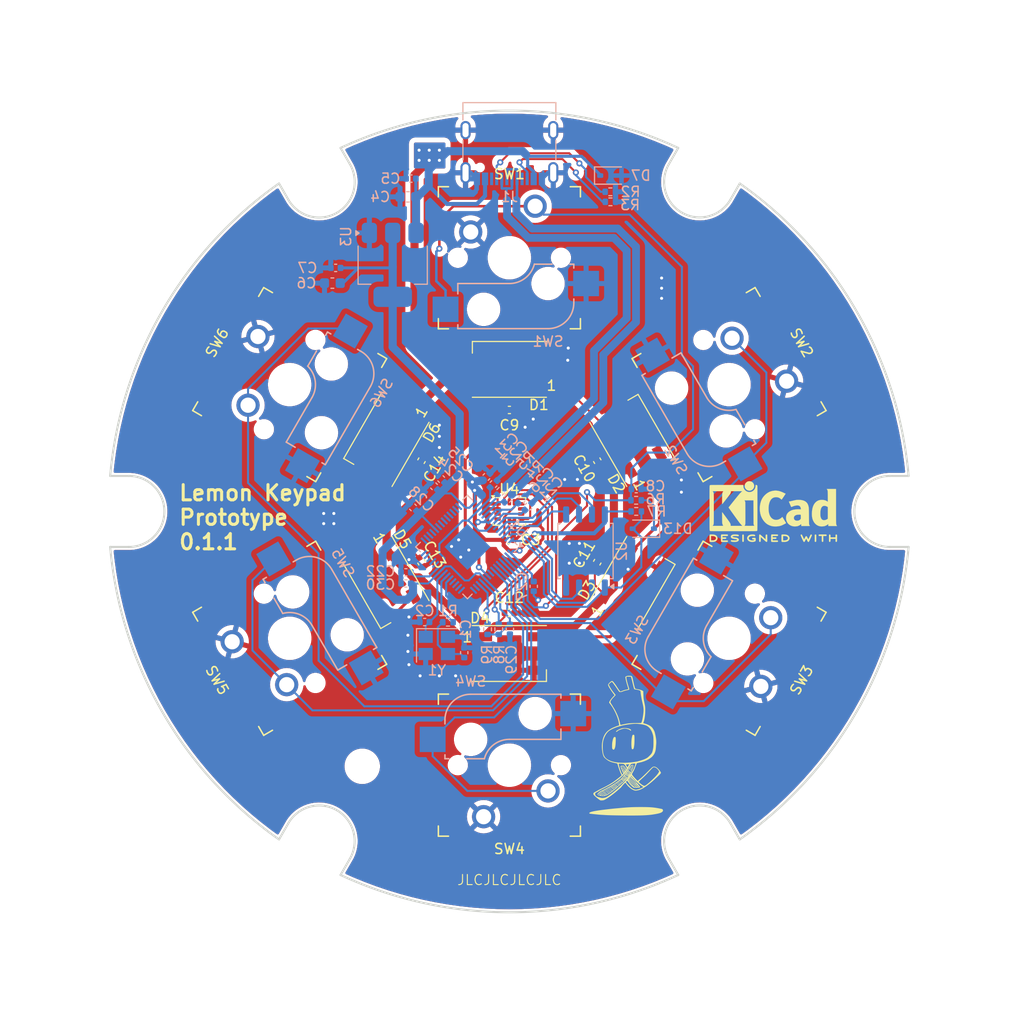
<source format=kicad_pcb>
(kicad_pcb (version 20240108) (generator "pcbnew") (generator_version "8.0")
  (title_block (title "Lemon RP2040 Keypad") (date "2024-03-24") (rev "0.1.1"))
  (layers (0 "F.Cu" signal) (31 "B.Cu" signal) (34 "B.Paste" user) (35 "F.Paste" user) (36 "B.SilkS" user "B.Silkscreen") (37 "F.SilkS" user "F.Silkscreen") (38 "B.Mask" user) (39 "F.Mask" user) (44 "Edge.Cuts" user))
  (net 0 "")
  (net 1 "Net-(C1-Pad2)")
  (net 2 "GND")
  (net 3 "/XOUT")
  (net 4 "+3V3")
  (net 5 "VBUS")
  (net 6 "/SW1")
  (net 7 "+1V1")
  (net 8 "Net-(D1-DOUT)")
  (net 9 "/LED_CTRL")
  (net 10 "Net-(D2-DOUT)")
  (net 11 "Net-(D3-DOUT)")
  (net 12 "Net-(D4-DOUT)")
  (net 13 "Net-(D5-DOUT)")
  (net 17 "/QSPI_SS")
  (net 18 "Net-(D13-K)")
  (net 19 "Net-(J1-CC1)")
  (net 20 "/RP_DP")
  (net 23 "/RP_DN")
  (net 24 "Net-(J1-CC2)")
  (net 25 "/XIN")
  (net 26 "Net-(U1-USB_DP)")
  (net 27 "Net-(U1-USB_DM)")
  (net 28 "/SW2")
  (net 29 "/SW3")
  (net 30 "/SW4")
  (net 31 "/SW5")
  (net 32 "/SW6")
  (net 36 "/QSPI_SD1")
  (net 37 "/QSPI_SD0")
  (net 41 "/QSPI_SD2")
  (net 45 "/IMU_SCL")
  (net 50 "/QSPI_SD3")
  (net 52 "/QSPI_SCLK")
  (net 55 "/IMU_SDA")
  (footprint "keyswitches:Kailh_socket_MX_optional" (layer "F.Cu") (at 128.349365 112.5 120)
    (property "Reference" "SW5")
    (property "Value" "SW_Push")
  )
  (footprint "LED_SMD:LED_WS2812B_PLCC4_5.0x5.0mm_P3.2mm" (layer "F.Cu") (at 137.875644 107 -60)
    (property "Reference" "D5")
    (property "Value" "WS2812B")
  )
  (footprint "keyswitches:Kailh_socket_MX_optional" (layer "F.Cu") (at 150 125 180)
    (property "Reference" "SW4")
    (property "Value" "SW_Push")
  )
  (footprint "Symbol:KiCad-Logo2_5mm_SilkScreen" (layer "F.Cu") (at 176 100)
    (property "Reference" "REF**" (hide yes))
    (property "Value" "KiCad-Logo2_5mm_SilkScreen" (hide yes))
  )
  (footprint "LED_SMD:LED_WS2812B_PLCC4_5.0x5.0mm_P3.2mm" (layer "F.Cu") (at 150 86 180)
    (property "Reference" "D1")
    (property "Value" "WS2812B")
  )
  (footprint "Capacitor_SMD:C_0402_1005Metric" (layer "F.Cu") (at 158.660254 95 -60)
    (property "Reference" "C10")
    (property "Value" "100nF")
  )
  (footprint "MountingHole:MountingHole_3.2mm_M3" (layer "F.Cu") (at 135.5 125.114737)
    (property "Reference" "H1" (hide yes))
    (property "Value" "MountingHole")
  )
  (footprint "LED_SMD:LED_WS2812B_PLCC4_5.0x5.0mm_P3.2mm" (layer "F.Cu") (at 137.875644 93 -120)
    (property "Reference" "D6")
    (property "Value" "WS2812B")
  )
  (footprint "Capacitor_SMD:C_0402_1005Metric" (layer "F.Cu") (at 141.339745 105 120)
    (property "Reference" "C13")
    (property "Value" "100nF")
  )
  (footprint "LOGO" (layer "F.Cu") (at 161.6 122.8)
    (property "Reference" "G***" (hide yes))
    (property "Value" "LOGO" (hide yes))
  )
  (footprint "keyswitches:Kailh_socket_MX_optional" (layer "F.Cu") (at 171.650635 112.5 -120)
    (property "Reference" "SW3")
    (property "Value" "SW_Push")
  )
  (footprint "keyswitches:Kailh_socket_MX_optional" (layer "F.Cu") (at 150 75)
    (property "Reference" "SW1")
    (property "Value" "SW_Push")
  )
  (footprint "Capacitor_SMD:C_0402_1005Metric" (layer "F.Cu") (at 158.660254 105 -120)
    (property "Reference" "C11")
    (property "Value" "100nF")
  )
  (footprint "LED_SMD:LED_WS2812B_PLCC4_5.0x5.0mm_P3.2mm" (layer "F.Cu") (at 162.124355 93 120)
    (property "Reference" "D2")
    (property "Value" "WS2812B")
  )
  (footprint "Package_LGA:LGA-14_3x2.5mm_P0.5mm_LayoutBorder3x4y" (layer "F.Cu") (at 150 100)
    (property "Reference" "U4")
    (property "Value" "LSM6DS3")
  )
  (footprint "keyswitches:Kailh_socket_MX_optional" (layer "F.Cu") (at 128.349365 87.5 60)
    (property "Reference" "SW6")
    (property "Value" "SW_Push")
  )
  (footprint "keyswitches:Kailh_socket_MX_optional" (layer "F.Cu") (at 171.650635 87.5 -60)
    (property "Reference" "SW2")
    (property "Value" "SW_Push")
  )
  (footprint "Capacitor_SMD:C_0402_1005Metric" (layer "F.Cu") (at 141.339745 95 60)
    (property "Reference" "C14")
    (property "Value" "100nF")
  )
  (footprint "Capacitor_SMD:C_0402_1005Metric" (layer "F.Cu") (at 150 110 180)
    (property "Reference" "C12")
    (property "Value" "100nF")
  )
  (footprint "Capacitor_SMD:C_0402_1005Metric" (layer "F.Cu") (at 150 90)
    (property "Reference" "C9")
    (property "Value" "100nF")
  )
  (footprint "LED_SMD:LED_WS2812B_PLCC4_5.0x5.0mm_P3.2mm" (layer "F.Cu") (at 150 114)
    (property "Reference" "D4")
    (property "Value" "WS2812B")
  )
  (footprint "LED_SMD:LED_WS2812B_PLCC4_5.0x5.0mm_P3.2mm" (layer "F.Cu") (at 162.124355 107 60)
    (property "Reference" "D3")
    (property "Value" "WS2812B")
  )
  (footprint "Capacitor_SMD:C_0402_1005Metric" (layer "F.Cu") (at 149.92 102.8)
    (property "Reference" "C3")
    (property "Value" "100nF")
  )
  (footprint "Capacitor_SMD:C_0603_1608Metric" (layer "B.Cu") (at 140 69 180)
    (property "Reference" "C4")
    (property "Value" "10uF")
  )
  (footprint "Capacitor_SMD:C_0603_1608Metric" (layer "B.Cu") (at 132.555 77.5 180)
    (property "Reference" "C6")
    (property "Value" "10uF")
  )
  (footprint "Capacitor_SMD:C_0402_1005Metric" (layer "B.Cu") (at 162.5 97.8)
    (property "Reference" "C8")
    (property "Value" "1nF")
  )
  (footprint "Resistor_SMD:R_0402_1005Metric" (layer "B.Cu") (at 159.96 69.49 180)
    (property "Reference" "R3")
    (property "Value" "5K1")
  )
  (footprint "Resistor_SMD:R_0402_1005Metric" (layer "B.Cu") (at 162.489999 98.9)
    (property "Reference" "R6")
    (property "Value" "1K")
  )
  (footprint "Capacitor_SMD:C_0402_1005Metric" (layer "B.Cu") (at 139.8 106 180)
    (property "Reference" "C22")
    (property "Value" "100nF")
  )
  (footprint "Capacitor_SMD:C_0402_1005Metric" (layer "B.Cu") (at 140.5 99.6 135)
    (property "Reference" "C28")
    (property "Value" "100nF")
  )
  (footprint "Crystal:Crystal_SMD_3225-4Pin_3.2x2.5mm" (layer "B.Cu") (at 142.85 113.2)
    (property "Reference" "Y1")
    (property "Value" "12MHz")
  )
  (footprint "Capacitor_SMD:C_0402_1005Metric" (layer "B.Cu") (at 150.05 111.609999 -90)
    (property "Reference" "C29")
    (property "Value" "100nF")
  )
  (footprint "Capacitor_SMD:C_0402_1005Metric" (layer "B.Cu") (at 139.8 107.1 180)
    (property "Reference" "C30")
    (property "Value" "100nF")
  )
  (footprint "Diode_SMD:D_SOD-323" (layer "B.Cu") (at 163.2 101.7 180)
    (property "Reference" "D13")
    (property "Value" "D_Schottky")
  )
  (footprint "Package_DFN_QFN:QFN-56-1EP_7x7mm_P0.4mm_EP3.2x3.2mm" (layer "B.Cu") (at 145.868629 103.5 135)
    (property "Reference" "U1")
    (property "Value" "RP2040")
  )
  (footprint "Capacitor_SMD:C_0402_1005Metric" (layer "B.Cu") (at 145.55 113.915685 -90)
    (property "Reference" "C1")
    (property "Value" "15pF")
  )
  (footprint "Resistor_SMD:R_0402_1005Metric" (layer "B.Cu") (at 143.95 110.915685)
    (property "Reference" "R1")
    (property "Value" "1K")
  )
  (footprint "Resistor_SMD:R_0402_1005Metric" (layer "B.Cu") (at 147.85 111.609999 90)
    (property "Reference" "R9")
    (property "Value" "10K")
  )
  (footprint "Package_SO:SOIC-8_5.23x5.23mm_P1.27mm" (layer "B.Cu") (at 157.5 103.9 90)
    (property "Reference" "U2")
    (property "Value" "W25Q128JVS")
  )
  (footprint "Capacitor_SMD:C_0402_1005Metric" (layer "B.Cu") (at 132.88 76 180)
    (property "Reference" "C7")
    (property "Value" "100nF")
  )
  (footprint "Connector_USB:USB_C_Receptacle_G-Switch_GT-USB-7010ASV" (layer "B.Cu") (at 150 63.5)
    (property "Reference" "J1")
    (property "Value" "USB_C_Receptacle_USB2.0_16P")
  )
  (footprint "Capacitor_SMD:C_0402_1005Metric" (layer "B.Cu") (at 143.278851 96.809003 135)
    (property "Reference" "C25")
    (property "Value" "100nF")
  )
  (footprint "Capacitor_SMD:C_0402_1005Metric" (layer "B.Cu") (at 152.4 107.38 -90)
    (property "Reference" "C27")
    (property "Value" "100nF")
  )
  (footprint "Capacitor_SMD:C_0402_1005Metric" (layer "B.Cu") (at 151.188629 98.831371 45)
    (property "Reference" "C26")
    (property "Value" "100nF")
  )
  (footprint "Capacitor_SMD:C_0402_1005Metric" (layer "B.Cu") (at 141.65 110.9)
    (property "Reference" "C2")
    (property "Value" "15pF")
  )
  (footprint "Diode_SMD:D_SOD-323" (layer "B.Cu") (at 160 66.9)
    (property "Reference" "D7")
    (property "Value" "D_TVS")
  )
  (footprint "Capacitor_SMD:C_0402_1005Metric" (layer "B.Cu") (at 147.733623 96.59687 45)
    (property "Reference" "C31")
    (property "Value" "1uF")
  )
  (footprint "Capacitor_SMD:C_0402_1005Metric" (layer "B.Cu") (at 148.44073 97.303977 45)
    (property "Reference" "C23")
    (property "Value" "1uF")
  )
  (footprint "Resistor_SMD:R_0402_1005Metric" (layer "B.Cu") (at 162.5 100 180)
    (property "Reference" "R7")
    (property "Value" "100K")
  )
  (footprint "Resistor_SMD:R_0402_1005Metric" (layer "B.Cu") (at 159.95 68.5 180)
    (property "Reference" "R2")
    (property "Value" "5K1")
  )
  (footprint "Capacitor_SMD:C_0402_1005Metric" (layer "B.Cu") (at 140.3 67.2 180)
    (property "Reference" "C5")
    (property "Value" "100nF")
  )
  (footprint "Capacitor_SMD:C_0402_1005Metric" (layer "B.Cu") (at 142.571744 97.516109 135)
    (property "Reference" "C24")
    (property "Value" "100nF")
  )
  (footprint "Resistor_SMD:R_0402_1005Metric" (layer "B.Cu") (at 149.854944 98.718191 -135)
    (property "Reference" "R4")
    (property "Value" "27R")
  )
  (footprint "Resistor_SMD:R_0402_1005Metric" (layer "B.Cu") (at 149.147837 98.011084 -135)
    (property "Reference" "R5")
    (property "Value" "27R")
  )
  (footprint "Package_TO_SOT_SMD:SOT-223-3_TabPin2" (layer "B.Cu") (at 138.5 75.7 -90)
    (property "Reference" "U3")
    (property "Value" "AMS1117-3.3")
  )
  (footprint "Resistor_SMD:R_0402_1005Metric" (layer "B.Cu") (at 148.95 111.609999 90)
    (property "Reference" "R8")
    (property "Value" "10K")
  )
  (footprint "Capacitor_SMD:C_0402_1005Metric" (layer "B.Cu") (at 151.868629 99.521371 45)
    (property "Reference" "C21")
    (property "Value" "100nF")
  )
  (gr_line (start 134.269437 65.753973) (end 133.358747 64.176562) (stroke (width 0.2)) (layer "Edge.Cuts"))
  (gr_line (start 187.5 103.5) (end 189.34463 103.5) (stroke (width 0.2)) (layer "Edge.Cuts"))
  (gr_arc (start 112.5 96.5) (mid 116 100) (end 112.5 103.5) (stroke (width 0.2)) (layer "Edge.Cuts"))
  (gr_arc (start 134.269437 65.753973) (mid 133 70.555089) (end 128.230486 69.293895) (stroke (width 0.2)) (layer "Edge.Cuts"))
  (gr_arc (start 128.207112 130.746596) (mid 133 129.444911) (end 134.292963 134.205273) (stroke (width 0.2)) (layer "Edge.Cuts"))
  (gr_arc (start 187.5 103.5) (mid 184 100) (end 187.5 96.5) (stroke (width 0.2)) (layer "Edge.Cuts"))
  (gr_arc (start 166.641025 135.823543) (mid 150.000172 139.5) (end 133.358976 135.823543) (stroke (width 0.2)) (layer "Edge.Cuts"))
  (gr_line (start 172.703095 132.323665) (end 171.769754 130.706514) (stroke (width 0.2)) (layer "Edge.Cuts"))
  (gr_arc (start 189.34463 103.5) (mid 184.208002 119.750003) (end 172.703095 132.323665) (stroke (width 0.2)) (layer "Edge.Cuts"))
  (gr_line (start 166.641252 64.176563) (end 165.707498 65.793922) (stroke (width 0.2)) (layer "Edge.Cuts"))
  (gr_arc (start 110.655369 96.5) (mid 115.791997 80.25) (end 127.296699 67.676478) (stroke (width 0.2)) (layer "Edge.Cuts"))
  (gr_line (start 189.344631 96.5) (end 187.5 96.5) (stroke (width 0.2)) (layer "Edge.Cuts"))
  (gr_arc (start 172.703301 67.676478) (mid 184.208002 80.249997) (end 189.344631 96.5) (stroke (width 0.2)) (layer "Edge.Cuts"))
  (gr_line (start 112.5 96.5) (end 110.655369 96.5) (stroke (width 0.2)) (layer "Edge.Cuts"))
  (gr_arc (start 133.358747 64.176562) (mid 150.000172 60.5) (end 166.641252 64.176563) (stroke (width 0.2)) (layer "Edge.Cuts"))
  (gr_line (start 171.792578 69.253947) (end 172.703301 67.676478) (stroke (width 0.2)) (layer "Edge.Cuts"))
  (gr_line (start 133.358976 135.823543) (end 134.292963 134.205273) (stroke (width 0.2)) (layer "Edge.Cuts"))
  (gr_line (start 127.296699 67.676478) (end 128.230486 69.293895) (stroke (width 0.2)) (layer "Edge.Cuts"))
  (gr_line (start 128.207112 130.746596) (end 127.296904 132.323666) (stroke (width 0.2)) (layer "Edge.Cuts"))
  (gr_arc (start 171.792578 69.253947) (mid 167 70.555089) (end 165.707498 65.793922) (stroke (width 0.2)) (layer "Edge.Cuts"))
  (gr_line (start 110.65537 103.5) (end 112.5 103.5) (stroke (width 0.2)) (layer "Edge.Cuts"))
  (gr_line (start 165.730246 134.245487) (end 166.641025 135.823543) (stroke (width 0.2)) (layer "Edge.Cuts"))
  (gr_arc (start 127.296904 132.323666) (mid 115.791997 119.75) (end 110.65537 103.5) (stroke (width 0.2)) (layer "Edge.Cuts"))
  (gr_arc (start 165.730246 134.245487) (mid 167 129.444911) (end 171.769754 130.706514) (stroke (width 0.2)) (layer "Edge.Cuts"))
  (gr_text "Lemon Keypad\nPrototype\n${REVISION}" (at 117.3 97.3 0) (layer "F.SilkS") (effects (font (size 1.5 1.5) (thickness 0.3) (bold yes)) (justify left top)))
  (gr_text "JLCJLCJLCJLC" (at 150 136.9 0) (layer "F.SilkS") (effects (font (size 1 1) (thickness 0.1)) (justify bottom)))
  (segment (start 142.95 111.405686) (end 143.440001 110.915685) (width 0.2) (layer "B.Cu") (net 1))
  (segment (start 143.95 114.05) (end 145.204315 114.05) (width 0.2) (layer "B.Cu") (net 1))
  (segment (start 143.19 110.899999) (end 143.19 110.909999) (width 0.2) (layer "B.Cu") (net 1))
  (segment (start 143.85 114.05) (end 142.95 113.15) (width 0.2) (layer "B.Cu") (net 1))
  (segment (start 142.95 113.15) (end 142.95 111.405686) (width 0.2) (layer "B.Cu") (net 1))
  (segment (start 143.95 114.05) (end 143.85 114.05) (width 0.2) (layer "B.Cu") (net 1))
  (segment (start 145.204315 114.05) (end 145.55 114.395685) (width 0.2) (layer "B.Cu") (net 1))
  (segment (start 150.7 102.7) (end 152 101.4) (width 0.3) (layer "F.Cu") (net 2))
  (segment (start 151.55 110) (end 150.48 110) (width 0.2) (layer "F.Cu") (net 2))
  (segment (start 150.5 102.7) (end 150.7 102.7) (width 0.3) (layer "F.Cu") (net 2))
  (segment (start 153.3 102.7) (end 149.4 106.6) (width 0.3) (layer "F.Cu") (net 2))
  (segment (start 150.5 100.9125) (end 150 100.9125) (width 0.2) (layer "F.Cu") (net 2))
  (segment (start 148.8375 100.25) (end 148.8375 95.4125) (width 0.2) (layer "F.Cu") (net 2))
  (segment (start 152.825 108.725) (end 151.55 110) (width 0.2) (layer "F.Cu") (net 2))
  (segment (start 150 101.65) (end 150 102.4) (width 0.2) (layer "F.Cu") (net 2))
  (segment (start 150.48 110) (end 153.977818 110) (width 0.4) (layer "F.Cu") (net 2))
  (segment (start 141.579745 105.415692) (end 140.765692 105.415692) (width 0.4) (layer "F.Cu") (net 2))
  (segment (start 145.2 105.35) (end 145.2 104.5) (width 0.3) (layer "F.Cu") (net 2))
  (segment (start 153.3 101.727203) (end 153.3 102.7) (width 0.3) (layer "F.Cu") (net 2))
  (segment (start 150 102.4) (end 150.4 102.8) (width 0.2) (layer "F.Cu") (net 2))
  (segment (start 152 101.4) (end 152.972797 101.4) (width 0.3) (layer "F.Cu") (net 2))
  (segment (start 150 100.9125) (end 150 101.65) (width 0.2) (layer "F.Cu") (net 2))
  (segment (start 148.8375 95.4125) (end 148.9 95.35) (width 0.2) (layer "F.Cu") (net 2))
  (segment (start 140.765692 105.415692) (end 140.1 104.75) (width 0.4) (layer "F.Cu") (net 2))
  (segment (start 153.977818 110) (end 155.9 108.077818) (width 0.4) (layer "F.Cu") (net 2))
  (segment (start 149.4 106.6) (end 146.45 106.6) (width 0.3) (layer "F.Cu") (net 2))
  (segment (start 150.5 100.9125) (end 150.5 102.7) (width 0.25) (layer "F.Cu") (net 2))
  (segment (start 146.45 106.6) (end 145.2 105.35) (width 0.3) (layer "F.Cu") (net 2))
  (segment (start 155.9 108.077818) (end 155.9 105.1) (width 0.4) (layer "F.Cu") (net 2))
  (segment (start 150.5 102.7) (end 150.4 102.8) (width 0.25) (layer "F.Cu") (net 2))
  (segment (start 152.972797 101.4) (end 153.3 101.727203) (width 0.3) (layer "F.Cu") (net 2))
  (via (at 140.1 104.75) (size 0.6) (drill 0.3) (layers "F.Cu" "B.Cu") (net 2))
  (via (at 152.35 90.9) (size 0.6) (drill 0.3) (layers "F.Cu" "B.Cu") (net 2))
  (via (at 140 112.2) (size 0.6) (drill 0.3) (layers "F.Cu" "B.Cu") (net 2))
  (via (at 156.9 105.1) (size 0.6) (drill 0.3) (layers "F.Cu" "B.Cu") (net 2))
  (via (at 155.9 105.1) (size 0.6) (drill 0.3) (layers "F.Cu" "B.Cu") (net 2))
  (via (at 132.7 101.2) (size 0.6) (drill 0.3) (layers "F.Cu" "B.Cu") (net 2))
  (via (at 141.2 116.2) (size 0.6) (drill 0.3) (layers "F.Cu" "B.Cu") (net 2))
  (via (at 140.1 115.1) (size 0.6) (drill 0.3) (layers "F.Cu" "B.Cu") (net 2))
  (via (at 131.7 100.2) (size 0.6) (drill 0.3) (layers "F.Cu" "B.Cu") (net 2))
  (via (at 165 78) (size 0.6) (drill 0.3) (layers "F.Cu" "B.Cu") (net 2))
  (via (at 145.2 104.5) (size 0.6) (drill 0.3) (layers "F.Cu" "B.Cu") (net 2))
  (via (at 144.3 103.45) (size 0.6) (drill 0.3) (layers "F.Cu" "B.Cu") (net 2))
  (via (at 165 79) (size 0.6) (drill 0.3) (layers "F.Cu" "B.Cu") (net 2))
  (via (at 165 77) (size 0.6) (drill 0.3) (layers "F.Cu" "B.Cu") (net 2))
  (via (at 131.7 101.2) (size 0.6) (drill 0.3) (layers "F.Cu" "B.Cu") (net 2))
  (via (at 144.7 116.2) (size 0.6) (drill 0.3) (layers "F.Cu" "B.Cu") (net 2))
  (via (at 156.9 103.15) (size 0.6) (drill 0.3) (layers "F.Cu" "B.Cu") (net 2))
  (via (at 155.9 103.15) (size 0.6) (drill 0.3) (layers "F.Cu" "B.Cu") (net 2))
  (via (at 152.825 108.725) (size 0.6) (drill 0.3) (layers "F.Cu" "B.Cu") (net 2))
  (via (at 156.7 96.85) (size 0.6) (drill 0.3) (layers "F.Cu" "B.Cu") (net 2))
  (via (at 166.95 98.1) (size 0.6) (drill 0.3) (layers "F.Cu" "B.Cu") (net 2))
  (via (at 155.8 83.9) (size 0.6) (drill 0.3) (layers "F.Cu" "B.Cu") (net 2))
  (via (at 143.1 93.7) (size 0.6) (drill 0.3) (layers "F.Cu" "B.Cu") (net 2))
  (via (at 143.1 116.2) (size 0.6) (drill 0.3) (layers "F.Cu" "B.Cu") (net 2))
  (via (at 155.45 96.85) (size 0.6) (drill 0.3) (layers "F.Cu" "B.Cu") (net 2))
  (via (at 145 102.8) (size 0.6) (drill 0.3) (layers "F.Cu" "B.Cu") (net 2))
  (via (at 140 113.8) (size 0.6) (drill 0.3) (layers "F.Cu" "B.Cu") (net 2))
  (via (at 161.7 105.7) (size 0.6) (drill 0.3) (layers "F.Cu" "B.Cu") (net 2))
  (via (at 151.55 91.7) (size 0.6) (drill 0.3) (layers "F.Cu" "B.Cu") (net 2))
  (via (at 146 103.8) (size 0.6) (drill 0.3) (layers "F.Cu" "B.Cu") (net 2))
  (via (at 143.1 92.6) (size 0.6) (drill 0.3) (layers "F.Cu" "B.Cu") (net 2))
  (via (at 143.1 91.5) (size 0.6) (drill 0.3) (layers "F.Cu" "B.Cu") (net 2))
  (via (at 155.75 85.1) (size 0.6) (drill 0.3) (layers "F.Cu" "B.Cu") (net 2))
  (via (at 166.95 96.9) (size 0.6) (drill 0.3) (layers "F.Cu" "B.Cu") (net 2))
  (via (at 132.7 100.2) (size 0.6) (drill 0.3) (layers "F.Cu" "B.Cu") (net 2))
  (via (at 140.1 110.4) (size 0.6) (drill 0.3) (layers "F.Cu" "B.Cu") (net 2))
  (segment (start 152.4 108.3) (end 152.4 107.86) (width 0.2) (layer "B.Cu") (net 2))
  (segment (start 153.8 66.625) (end 153.2 67.225) (width 0.4) (layer "B.Cu") (net 2))
  (segment (start 144.145056 106.637786) (end 143.76756 107.01528) (width 0.2) (layer "B.Cu") (net 2))
  (segment (start 152.825 108.725) (end 152.4 108.3) (width 0.2) (layer "B.Cu") (net 2))
  (segment (start 144.07 112.469999) (end 143.95 112.349999) (width 0.2) (layer "B.Cu") (net 2))
  (segment (start 143.76756 108.31756) (end 144.45 109) (width 0.2) (layer "B.Cu") (net 2))
  (segment (start 145.68 66.625) (end 146.2 66.625) (width 0.4) (layer "B.Cu") (net 2))
  (segment (start 146.8 67.225) (end 146.8 68.25) (width 0.4) (layer "B.Cu") (net 2))
  (segment (start 143.76756 107.01528) (end 143.76756 108.31756) (width 0.2) (layer "B.Cu") (net 2))
  (segment (start 153.2 67.8) (end 154 68.6) (width 0.4) (layer "B.Cu") (net 2))
  (segment (start 153.2 67.225) (end 153.2 67.8) (width 0.4) (layer "B.Cu") (net 2))
  (segment (start 146.8 68.25) (end 146.425 68.625) (width 0.4) (layer "B.Cu") (net 2))
  (segment (start 146.2 66.625) (end 146.8 67.225) (width 0.4) (layer "B.Cu") (net 2))
  (segment (start 154.32 66.625) (end 153.8 66.625) (width 0.4) (layer "B.Cu") (net 2))
  (segment (start 141.75 112.35) (end 141.75 111.28) (width 0.2) (layer "B.Cu") (net 3))
  (segment (start 142.9 106.751472) (end 142.9 110.13) (width 0.2) (layer "B.Cu") (net 3))
  (segment (start 142.9 110.13) (end 142.13 110.9) (width 0.2) (layer "B.Cu") (net 3))
  (segment (start 141.75 111.28) (end 142.13 110.9) (width 0.2) (layer "B.Cu") (net 3))
  (segment (start 143.579371 106.072101) (end 142.9 106.751472) (width 0.2) (layer "B.Cu") (net 3))
  (segment (start 151 103.7) (end 152.506685 102.193315) (width 0.4) (layer "F.Cu") (net 4))
  (segment (start 146.575 97.925) (end 146.35 97.7) (width 0.4) (layer "F.Cu") (net 4))
  (segment (start 146.6 100.75) (end 146.9 101.05) (width 0.2) (layer "F.Cu") (net 4))
  (segment (start 150.5 99.049568) (end 150.5 99.0875) (width 0.2) (layer "F.Cu") (net 4))
  (segment (start 149.5 100.9125) (end 149.5 100.549568) (width 0.2) (layer "F.Cu") (net 4))
  (segment (start 151 103.86129) (end 149.96129 103.86129) (width 0.4) (layer "F.Cu") (net 4))
  (segment (start 151.1625 100.75) (end 151.85 100.75) (width 0.2) (layer "F.Cu") (net 4))
  (segment (start 150.5 99.549568) (end 150.5 99.0875) (width 0.2) (layer "F.Cu") (net 4))
  (segment (start 149.5 100.9125) (end 149.5 102.74) (width 0.2) (layer "F.Cu") (net 4))
  (segment (start 149.96129 103.86129) (end 149.44 103.34) (width 0.4) (layer "F.Cu") (net 4))
  (segment (start 150.774568 98.775) (end 150.5 99.049568) (width 0.2) (layer "F.Cu") (net 4))
  (segment (start 146.575 97.925) (end 146.6 97.95) (width 0.4) (layer "F.Cu") (net 4))
  (segment (start 149.44 103.34) (end 149.44 102.8) (width 0.4) (layer "F.Cu") (net 4))
  (segment (start 147.6 102.8) (end 149.44 102.8) (width 0.4) (layer "F.Cu") (net 4))
  (segment (start 146.6 101.8) (end 147.6 102.8) (width 0.4) (layer "F.Cu") (net 4))
  (segment (start 146.35 97.7) (end 146.35 97.1) (width 0.4) (layer "F.Cu") (net 4))
  (segment (start 149.5 102.74) (end 149.44 102.8) (width 0.2) (layer "F.Cu") (net 4))
  (segment (start 146.6 97.95) (end 146.6 100.75) (width 0.4) (layer "F.Cu") (net 4))
  (segment (start 151.775 98.775) (end 150.774568 98.775) (width 0.2) (layer "F.Cu") (net 4))
  (segment (start 146.6 100.75) (end 146.6 101.8) (width 0.4) (layer "F.Cu") (net 4))
  (segment (start 151 103.86129) (end 151 103.7) (width 0.4) (layer "F.Cu") (net 4))
  (segment (start 149.5 100.549568) (end 150.5 99.549568) (width 0.2) (layer "F.Cu") (net 4))
  (segment (start 152.05 99.05) (end 151.775 98.775) (width 0.2) (layer "F.Cu") (net 4))
  (segment (start 152.05 100.55) (end 152.05 99.05) (width 0.2) (layer "F.Cu") (net 4))
  (segment (start 151.85 100.75) (end 152.05 100.55) (width 0.2) (layer "F.Cu") (net 4))
  (via (at 146.575 97.925) (size 0.6) (drill 0.3) (layers "F.Cu" "B.Cu") (net 4))
  (via (at 152.506685 102.193315) (size 0.6) (drill 0.3) (layers "F.Cu" "B.Cu") (net 4))
  (via (at 151 103.86129) (size 0.6) (drill 0.3) (layers "F.Cu" "B.Cu") (net 4))
  (via (at 146.35 97.1) (size 0.6) (drill 0.3) (layers "F.Cu" "B.Cu") (net 4))
  (via (at 146.9 101.05) (size 0.6) (drill 0.3) (layers "F.Cu" "B.Cu") (net 4))
  (segment (start 159.405 100.3) (end 159.705 100) (width 0.2) (layer "B.Cu") (net 4))
  (segment (start 133.36 76) (end 135.1 76) (width 0.3) (layer "B.Cu") (net 4))
  (segment (start 147.3 98.4) (end 147.3 98.95736) (width 0.2) (layer "B.Cu") (net 4))
  (segment (start 145.683014 99.63743) (end 145.276427 99.230843) (width 0.2) (layer "B.Cu") (net 4))
  (segment (start 138.5 78.85) (end 138.5 83.8) (width 0.8) (layer "B.Cu") (net 4))
  (segment (start 147.3 98.95736) (end 146.743674 99.513686) (width 0.2) (layer "B.Cu") (net 4))
  (segment (start 146.513718 96.936282) (end 147.394212 96.936282) (width 0.4) (layer "B.Cu") (net 4))
  (segment (start 138.4 76) (end 138.5 75.9) (width 0.3) (layer "B.Cu") (net 4))
  (segment (start 137.5 103.9) (end 137.5 107.4) (width 0.8) (layer "B.Cu") (net 4))
  (segment (start 139 84.3) (end 145.1 90.4) (width 0.8) (layer "B.Cu") (net 4))
  (segment (start 143.278851 98.223216) (end 142.911155 97.855521) (width 0.2) (layer "B.Cu") (net 4))
  (segment (start 150.05 111.129999) (end 149.939999 111.129999) (width 0.2) (layer "B.Cu") (net 4))
  (segment (start 146.236281 96.936281) (end 145.6 96.3) (width 0.8) (layer "B.Cu") (net 4))
  (segment (start 137.5 107.4) (end 138.8 108.7) (width 0.8) (layer "B.Cu") (net 4))
  (segment (start 139.9 108.7) (end 140.5 108.1) (width 0.8) (layer "B.Cu") (net 4))
  (segment (start 146.236281 97.336281) (end 146.236281 96.936281) (width 0.8) (layer "B.Cu") (net 4))
  (segment (start 146.460831 99.230843) (end 146.054245 99.63743) (width 0.2) (layer "B.Cu") (net 4))
  (segment (start 143.674022 105.411762) (end 144.211762 105.411762) (width 0.2) (layer "B.Cu") (net 4))
  (segment (start 147.85 112.119998) (end 148.95 112.119998) (width 0.2) (layer "B.Cu") (net 4))
  (segment (start 146.575 97.925) (end 146.575 99.116674) (width 0.2) (layer "B.Cu") (net 4))
  (segment (start 145.6 106.8) (end 146 106.8) (width 0.2) (layer "B.Cu") (net 4))
  (segment (start 151 103.86129) (end 150.368698 103.86129) (width 0.2) (layer "B.Cu") (net 4))
  (segment (start 146.35 97.05) (end 146.35 97.1) (width 0.4) (layer "B.Cu") (net 4))
  (segment (start 144.211762 105.411762) (end 145.6 106.8) (width 0.2) (layer "B.Cu") (net 4))
  (segment (start 146.236281 96.936281) (end 146.35 97.05) (width 0.4) (layer "B.Cu") (net 4))
  (segment (start 138.5 72.55) (end 138.5 75.9) (width 0.8) (layer "B.Cu") (net 4))
  (segment (start 150.188629 99.831371) (end 150.849218 99.170782) (width 0.2) (layer "B.Cu") (net 4))
  (segment (start 147.592202 106.637786) (end 149.1 108.145584) (width 0.2) (layer "B.Cu") (net 4))
  (segment (start 149.1 108.145584) (end 149.1 109.6) (width 0.2) (layer "B.Cu") (net 4))
  (segment (start 146.9 101.05) (end 147.4701 101.05) (width 0.2) (layer "B.Cu") (net 4))
  (segment (start 147.05 98.4) (end 146.575 97.925) (width 0.2) (layer "B.Cu") (net 4))
  (segment (start 145.1 96.3) (end 137.5 103.9) (width 0.8) (layer "B.Cu") (net 4))
  (segment (start 152.506685 102.193315) (end 152.55 102.15) (width 0.4) (layer "B.Cu") (net 4))
  (segment (start 145.1 90.4) (end 145.1 94.4) (width 0.8) (layer "B.Cu") (net 4))
  (segment (start 158.354999 102.15) (end 159.405 101.099999) (width 0.4) (layer "B.Cu") (net 4))
  (segment (start 148.157887 100.927899) (end 148.035786 101.05) (width 0.2) (layer "B.Cu") (net 4))
  (segment (start 150.137786 104.092202) (end 152.22 106.174416) (width 0.2) (layer "B.Cu") (net 4))
  (segment (start 146.35 97.1) (end 146.236281 96.936281) (width 0.8) (layer "B.Cu") (net 4))
  (segment (start 138.5 83.8) (end 139 84.3) (width 0.8) (layer "B.Cu") (net 4))
  (segment (start 148.035786 101.05) (end 146.9 101.05) (width 0.2) (layer "B.Cu") (net 4))
  (segment (start 147.394212 96.936281) (end 146.35 97.1) (width 0.8) (layer "B.Cu") (net 4))
  (segment (start 133.6 77.5) (end 135.1 76) (width 0.3) (layer "B.Cu") (net 4))
  (segment (start 146.575 99.116674) (end 146.460831 99.230843) (width 0.2) (layer "B.Cu") (net 4))
  (segment (start 133.33 77.5) (end 133.6 77.5) (width 0.3) (layer "B.Cu") (net 4))
  (segment (start 140.5 108.1) (end 140.5 107.3) (width 0.8) (layer "B.Cu") (net 4))
  (segment (start 146.35 97.1) (end 146.513718 96.936282) (width 0.4) (layer "B.Cu") (net 4))
  (segment (start 159.405 101.099999) (end 159.405 100.3) (width 0.4) (layer "B.Cu") (net 4))
  (segment (start 149.939999 111.129999) (end 148.95 112.119998) (width 0.2) (layer "B.Cu") (net 4))
  (segment (start 150.368698 103.86129) (end 150.137786 104.092202) (width 0.2) (layer "B.Cu") (net 4))
  (segment (start 144.2688 98.223216) (end 143.278851 98.223216) (width 0.2) (layer "B.Cu") (net 4))
  (segment (start 143.296528 105.789258) (end 141.985788 107.1) (width 0.2) (layer "B.Cu") (net 4))
  (segment (start 148.157887 100.927899) (end 149.254415 99.831371) (width 0.2) (layer "B.Cu") (net 4))
  (segment (start 140.7 107.1) (end 140.28 107.1) (width 0.2) (layer "B.Cu") (net 4))
  (segment (start 145.6 96.3) (end 145.1 96.3) (width 0.8) (layer "B.Cu") (net 4))
  (segment (start 159.705 100) (end 161.99 100) (width 0.2) (layer "B.Cu") (net 4))
  (segment (start 140.893827 99.939411) (end 140.839411 99.939411) (width 0.2) (layer "B.Cu") (net 4))
  (segment (start 146 106.8) (end 146.7 106.1) (width 0.2) (layer "B.Cu") (net 4))
  (segment (start 152.55 102.15) (end 158.354999 102.15) (width 0.4) (layer "B.Cu") (net 4))
  (segment (start 146.7 106.1) (end 147.054416 106.1) (width 0.2) (layer "B.Cu") (net 4))
  (segment (start 150.05 110.55) (end 150.05 111.129999) (width 0.2) (layer "B.Cu") (net 4))
  (segment (start 147.875044 100.645056) (end 148.688729 99.831371) (width 0.2) (layer "B.Cu") (net 4))
  (segment (start 147.4701 101.05) (end 147.875044 100.645056) (width 0.2) (layer "B.Cu") (net 4))
  (segment (start 145.276427 99.230843) (end 144.622354 98.576769) (width 0.2) (layer "B.Cu") (net 4))
  (segment (start 143.618262 97.572678) (end 143.618262 97.148414) (width 0.2) (layer "B.Cu") (net 4))
  (segment (start 135.1 76) (end 138.4 76) (width 0.3) (layer "B.Cu") (net 4))
  (segment (start 149.1 109.6) (end 150.05 110.55) (width 0.2) (layer "B.Cu") (net 4))
  (segment (start 143.296528 105.789258) (end 143.674022 105.411762) (width 0.2) (layer "B.Cu") (net 4))
  (segment (start 152.22 106.174416) (end 152.22 107.02) (width 0.2) (layer "B.Cu") (net 4))
  (segment (start 145.1 94.4) (end 145.1 96.3) (width 0.8) (layer "B.Cu") (net 4))
  (segment (start 147.3 98.4) (end 146.236281 97.336281) (width 0.8) (layer "B.Cu") (net 4))
  (segment (start 148.688729 99.831371) (end 150.188629 99.831371) (width 0.2) (layer "B.Cu") (net 4))
  (segment (start 147.054416 106.1) (end 147.592202 106.637786) (width 0.2) (layer "B.Cu") (net 4))
  (segment (start 146.054245 99.63743) (end 145.683014 99.63743) (width 0.2) (layer "B.Cu") (net 4))
  (segment (start 142.730843 101.776427) (end 140.893827 99.939411) (width 0.2) (layer "B.Cu") (net 4))
  (segment (start 141.985788 107.1) (end 140.7 107.1) (width 0.2) (layer "B.Cu") (net 4))
  (segment (start 144.622354 98.576769) (end 144.2688 98.223216) (width 0.2) (layer "B.Cu") (net 4))
  (segment (start 147.3 98.4) (end 147.05 98.4) (width 0.2) (layer "B.Cu") (net 4))
  (segment (start 138.8 108.7) (end 139.9 108.7) (width 0.8) (layer "B.Cu") (net 4))
  (segment (start 138.5 75.9) (end 138.5 78.85) (width 0.8) (layer "B.Cu") (net 4))
  (segment (start 161.389343 95.415692) (end 161.920413 95.946762) (width 0.2) (layer "F.Cu") (net 5))
  (segment (start 158.420254 107.246603) (end 159.470413 108.296762) (width 0.2) (layer "F.Cu") (net 5))
  (segment (start 149.52 110) (end 149.52 110.38) (width 0.2) (layer "F.Cu") (net 5))
  (segment (start 156.467175 111.3) (end 159.470413 108.296762) (width 0.8) (layer "F.Cu") (net 5))
  (segment (start 150.48 89.62) (end 152.45 87.65) (width 0.2) (layer "F.Cu") (net 5))
  (segment (start 147.55 112.35) (end 148.6 111.3) (width 0.8) (layer "F.Cu") (net 5))
  (segment (start 150.48 90) (end 150.48 89.62) (width 0.2) (layer "F.Cu") (net 5))
  (segment (start 159.470413 108.296762) (end 160.3 107.467175) (width 0.8) (layer "F.Cu") (net 5))
  (segment (start 138.079586 104.053238) (end 140.568675 104.053238) (width 0.2) (layer "F.Cu") (net 5))
  (segment (start 142.1 65.4) (end 140.65 66.85) (width 0.8) (layer "F.Cu") (net 5))
  (segment (start 161.253238 95.946762) (end 161.920413 95.946762) (width 0.8) (layer "F.Cu") (net 5))
  (segment (start 160.3 96.9) (end 161.253238 95.946762) (width 0.8) (layer "F.Cu") (net 5))
  (segment (start 146.95 112.35) (end 147.55 112.35) (width 0.8) (layer "F.Cu") (net 5))
  (segment (start 143.8 86.85) (end 140.529586 90.120414) (width 0.8) (layer "F.Cu") (net 5))
  (segment (start 140.529586 93.534149) (end 141.579745 94.584308) (width 0.2) (layer "F.Cu") (net 5))
  (segment (start 140.529586 91.703238) (end 140.529586 93.534149) (width 0.2) (layer "F.Cu") (net 5))
  (segment (start 141.1 106.5) (end 146.95 112.35) (width 0.8) (layer "F.Cu") (net 5))
  (segment (start 158.420254 105.415692) (end 158.420254 107.246603) (width 0.2) (layer "F.Cu") (net 5))
  (segment (start 144.5 86.85) (end 145.15 86.2) (width 0.8) (layer "F.Cu") (net 5))
  (segment (start 137.9 99.7) (end 137.9 103.873652) (width 0.8) (layer "F.Cu") (net 5))
  (segment (start 140.5 106.5) (end 141.1 106.5) (width 0.8) (layer "F.Cu") (net 5))
  (segment (start 148.6 111.3) (end 156.467175 111.3) (width 0.8) (layer "F.Cu") (net 5))
  (segment (start 139.7 92.532824) (end 139.7 97.9) (width 0.8) (layer "F.Cu") (net 5))
  (segment (start 137.9 103.873652) (end 138.079586 104.053238) (width 0.8) (layer "F.Cu") (net 5))
  (segment (start 140.5 106.473652) (end 140.5 106.5) (width 0.8) (layer "F.Cu") (net 5))
  (segment (start 138.079586 104.053238) (end 140.5 106.473652) (width 0.8) (layer "F.Cu") (net 5))
  (segment (start 140.529586 91.703238) (end 139.7 92.532824) (width 0.8) (layer "F.Cu") (net 5))
  (segment (start 139.7 97.9) (end 137.9 99.7) (width 0.8) (layer "F.Cu") (net 5))
  (segment (start 151 86.2) (end 152.45 87.65) (width 0.8) (layer "F.Cu") (net 5))
  (segment (start 140.568675 104.053238) (end 141.099745 104.584308) (width 0.2) (layer "F.Cu") (net 5))
  (segment (start 143.8 86.85) (end 144.5 86.85) (width 0.8) (layer "F.Cu") (net 5))
  (segment (start 160.3 107.467175) (end 160.3 96.9) (width 0.8) (layer "F.Cu") (net 5))
  (segment (start 145.15 86.2) (end 151 86.2) (width 0.8) (layer "F.Cu") (net 5))
  (segment (start 140.65 83.7) (end 143.8 86.85) (width 0.8) (layer "F.Cu") (net 5))
  (segment (start 158.900254 95.415692) (end 161.389343 95.415692) (width 0.2) (layer "F.Cu") (net 5))
  (segment (start 140.529586 90.120414) (end 140.529586 91.703238) (width 0.8) (layer "F.Cu") (net 5))
  (segment (start 140.65 66.85) (end 140.65 83.7) (width 0.8) (layer "F.Cu") (net 5))
  (segment (start 149.52 110.38) (end 147.55 112.35) (width 0.2) (layer "F.Cu") (net 5))
  (via (at 141.1 64.4) (size 0.6) (drill 0.3) (layers "F.Cu" "B.Cu") (net 5))
  (via (at 142.1 65.4) (size 0.6) (drill 0.3) (layers "F.Cu" "B.Cu") (net 5))
  (via (at 143.1 64.4) (size 0.6) (drill 0.3) (layers "F.Cu" "B.Cu") (net 5))
  (via (at 143.1 65.4) (size 0.6) (drill 0.3) (layers "F.Cu" "B.Cu") (net 5))
  (via (at 141.1 65.4) (size 0.6) (drill 0.3) (layers "F.Cu" "B.Cu") (net 5))
  (via (at 142.1 64.4) (size 0.6) (drill 0.3) (layers "F.Cu" "B.Cu") (net 5))
  (segment (start 142.05 66.35) (end 142.05 67.9) (width 0.8) (layer "B.Cu") (net 5))
  (segment (start 146.8 69.7) (end 143.85 69.7) (width 0.4) (layer "B.Cu") (net 5))
  (segment (start 151.8 65) (end 157.119239 65) (width 0.3) (layer "B.Cu") (net 5))
  (segment (start 147.6 68.9) (end 146.8 69.7) (width 0.4) (layer "B.Cu") (net 5))
  (segment (start 151.2 64.7) (end 151.5 64.7) (width 0.3) (layer "B.Cu") (net 5))
  (segment (start 143.85 69.7) (end 142.05 67.9) (width 0.4) (layer "B.Cu") (net 5))
  (segment (start 140.78 68.995) (end 140.775 69) (width 0.3) (layer "B.Cu") (net 5))
  (segment (start 151.2 64.7) (end 151.8 65.3) (width 0.3) (layer "B.Cu") (net 5))
  (segment (start 151.8 65.3) (end 151.8 65.94131) (width 0.3) (layer "B.Cu") (net 5))
  (segment (start 152.4 66.54131) (end 152.4 67.225) (width 0.3) (layer "B.Cu") (net 5))
  (segment (start 151.8 65.94131) (end 152.4 66.54131) (width 0.3) (layer "B.Cu") (net 5))
  (segment (start 151.5 64.7) (end 151.8 65) (width 0.3) (layer "B.Cu") (net 5))
  (segment (start 158.95 66.830761) (end 158.95 66.9) (width 0.3) (layer "B.Cu") (net 5))
  (segment (start 143.9 64.5) (end 142.05 66.35) (width 0.8) (layer "B.Cu") (net 5))
  (segment (start 142.05 67.9) (end 140.8 69.15) (width 0.8) (layer "B.Cu") (net 5))
  (segment (start 140.8 69.15) (end 140.8 72.55) (width 0.8) (layer "B.Cu") (net 5))
  (segment (start 157.119239 65) (end 158.95 66.830761) (width 0.3) (layer "B.Cu") (net 5))
  (segment (start 151.65 64.85) (end 151.3 64.5) (width 0.8) (layer "B.Cu") (net 5))
  (segment (start 147.6 67.225) (end 147.6 68.9) (width 0.4) (layer "B.Cu") (net 5))
  (segment (start 140.78 67.2) (end 140.78 68.995) (width 0.3) (layer "B.Cu") (net 5))
  (segment (start 151.3 64.5) (end 143.9 64.5) (width 0.8) (layer "B.Cu") (net 5))
  (segment (start 144.48 69.92) (end 152.54 69.92) (width 0.25) (layer "F.Cu") (net 6))
  (segment (start 154.6 108.3) (end 154.6 102.5) (width 0.2) (layer "F.Cu") (net 6))
  (segment (start 154.6 102.5) (end 157.65 99.45) (width 0.2) (layer "F.Cu") (net 6))
  (segment (start 153.6 109.3) (end 154.6 108.3) (width 0.2) (layer "F.Cu") (net 6))
  (segment (start 143.1 74.1) (end 143.1 71.3) (width 0.25) (layer "F.Cu") (net 6))
  (segment (start 157.65 99.45) (end 157.65 98.1) (width 0.2) (layer "F.Cu") (net 6))
  (segment (start 143.1 71.3) (end 144.48 69.92) (width 0.25) (layer "F.Cu") (net 6))
  (via (at 153.6 109.3) (size 0.6) (drill 0.3) (layers "F.Cu" "B.Cu") (net 6))
  (via (at 157.65 98.1) (size 0.6) (drill 0.3) (layers "F.Cu" "B.Cu") (net 6))
  (via (at 143.1 74.1) (size 0.6) (drill 0.3) (layers "F.Cu" "B.Cu") (net 6))
  (segment (start 158.45 98.9) (end 161.98 98.9) (width 0.2) (layer "B.Cu") (net 6))
  (segment (start 157.65 98.1) (end 158.45 98.9) (width 0.2) (layer "B.Cu") (net 6))
  (segment (start 163.6 94.2) (end 162.02 95.78) (width 0.2) (layer "B.Cu") (net 6))
  (segment (start 152.45 109.45) (end 151.79 108.79) (width 0.2) (layer "B.Cu") (net 6))
  (segment (start 161.9 97.8) (end 161.98 97.8) (width 0.2) (layer "B.Cu") (net 6))
  (segment (start 142.8 77.3) (end 142.8 74.4) (width 0.25) (layer "B.Cu") (net 6))
  (segment (start 167 84.6) (end 168.1 85.7) (width 0.2) (layer "B.Cu") (net 6))
  (segment (start 153.37 70.75) (end 161.85 70.75) (width 0.2) (layer "B.Cu") (net 6))
  (segment (start 161.85 70.75) (end 167 75.9) (width 0.2) (layer "B.Cu") (net 6))
  (segment (start 165.8 94.2) (end 163.6 94.2) (width 0.2) (layer "B.Cu") (net 6))
  (segment (start 161.98 97.84) (end 162.02 97.8) (width 0.2) (layer "B.Cu") (net 6))
  (segment (start 152.54 69.92) (end 153.37 70.75) (width 0.2) (layer "B.Cu") (net 6))
  (segment (start 142.8 74.4) (end 143.1 74.1) (width 0.25) (layer "B.Cu") (net 6))
  (segment (start 162.02 95.78) (end 162.02 97.8) (width 0.2) (layer "B.Cu") (net 6))
  (segment (start 168.1 91.9) (end 165.8 94.2) (width 0.2) (layer "B.Cu") (net 6))
  (segment (start 153.6 109.3) (end 153.45 109.45) (width 0.2) (layer "B.Cu") (net 6))
  (segment (start 151.79 108.79) (end 151.79 106.310102) (width 0.2) (layer "B.Cu") (net 6))
  (segment (start 143.71 78.21) (end 142.8 77.3) (width 0.25) (layer "B.Cu") (net 6))
  (segment (start 151.79 106.310102) (end 149.854943 104.375045) (width 0.2) (layer "B.Cu") (net 6))
  (segment (start 161.98 98.9) (end 161.98 97.84) (width 0.2) (layer "B.Cu") (net 6))
  (segment (start 168.1 85.7) (end 168.1 91.9) (width 0.2) (layer "B.Cu") (net 6))
  (segment (start 143.71 80.08) (end 143.71 78.21) (width 0.25) (layer "B.Cu") (net 6))
  (segment (start 167 75.9) (end 167 84.6) (width 0.2) (layer "B.Cu") (net 6))
  (segment (start 153.45 109.45) (end 152.45 109.45) (width 0.2) (layer "B.Cu") (net 6))
  (segment (start 145.923044 100.9) (end 145.9 100.9) (width 0.2) (layer "B.Cu") (net 7))
  (segment (start 147.026516 99.796528) (end 145.923044 100.9) (width 0.2) (layer "B.Cu") (net 7))
  (segment (start 143.013685 105.506415) (end 142.120102 106.4) (width 0.2) (layer "B.Cu") (net 7))
  (segment (start 146.972182 101.9) (end 145.972182 100.9) (width 0.2) (layer "B.Cu") (net 7))
  (segment (start 148.101319 98.721726) (end 147.026517 99.796529) (width 0.2) (layer "B.Cu") (net 7))
  (segment (start 149.420101 100.231371) (end 151.158629 100.231371) (width 0.2) (layer "B.Cu") (net 7))
  (segment (start 147.751472 101.9) (end 146.972182 101.9) (width 0.2) (layer "B.Cu") (net 7))
  (segment (start 140.68 106.4) (end 140.28 106) (width 0.2) (layer "B.Cu") (net 7))
  (segment (start 143.6 104.6) (end 143.6 104.9201) (width 0.2) (layer "B.Cu") (net 7))
  (segment (start 143.1 103.2) (end 143.1 104.1) (width 0.2) (layer "B.Cu") (net 7))
  (segment (start 145.9 100.9) (end 145.4 100.9) (width 0.2) (layer "B.Cu") (net 7))
  (segment (start 143.1 104.1) (end 143.6 104.6) (width 0.2) (layer "B.Cu") (net 7))
  (segment (start 148.44073 101.210742) (end 149.420101 100.231371) (width 0.2) (layer "B.Cu") (net 7))
  (segment (start 151.158629 100.231371) (end 151.529218 99.860782) (width 0.2) (layer "B.Cu") (net 7))
  (segment (start 148.44073 101.210742) (end 147.751472 101.9) (width 0.2) (layer "B.Cu") (net 7))
  (segment (start 148.101319 97.643389) (end 148.101319 98.721726) (width 0.2) (layer "B.Cu") (net 7))
  (segment (start 145.972182 100.9) (end 145.9 100.9) (width 0.2) (layer "B.Cu") (net 7))
  (segment (start 142.120102 106.4) (end 140.68 106.4) (width 0.2) (layer "B.Cu") (net 7))
  (segment (start 143.6 104.9201) (end 143.013685 105.506415) (width 0.2) (layer "B.Cu") (net 7))
  (segment (start 145.4 100.9) (end 143.1 103.2) (width 0.2) (layer "B.Cu") (net 7))
  (segment (start 152.45 84.682825) (end 159.470413 91.703238) (width 0.2) (layer "F.Cu") (net 8))
  (segment (start 152.45 84.35) (end 152.45 84.682825) (width 0.2) (layer "F.Cu") (net 8))
  (segment (start 147.55 92.95) (end 145.65 94.85) (width 0.3) (layer "F.Cu") (net 9))
  (segment (start 147.55 87.65) (end 147.55 92.95) (width 0.3) (layer "F.Cu") (net 9))
  (segment (start 145.65 101.95) (end 147 103.3) (width 0.3) (layer "F.Cu") (net 9))
  (segment (start 147 103.3) (end 147 105.5) (width 0.3) (layer "F.Cu") (net 9))
  (segment (start 145.65 94.85) (end 145.65 101.95) (width 0.3) (layer "F.Cu") (net 9))
  (via (at 147 105.5) (size 0.6) (drill 0.3) (layers "F.Cu" "B.Cu") (net 9))
  (segment (start 147.875044 106.354944) (end 147.0201 105.5) (width 0.2) (layer "B.Cu") (net 9))
  (segment (start 147.0201 105.5) (end 147 105.5) (width 0.2) (layer "B.Cu") (net 9))
  (segment (start 164.778297 101.195354) (end 161.920413 104.053238) (width 0.3) (layer "F.Cu") (net 10))
  (segment (start 164.778297 94.296762) (end 164.778297 101.195354) (width 0.3) (layer "F.Cu") (net 10))
  (segment (start 159.925059 112.35) (end 152.45 112.35) (width 0.3) (layer "F.Cu") (net 11))
  (segment (start 162.328297 109.946762) (end 159.925059 112.35) (width 0.3) (layer "F.Cu") (net 11))
  (segment (start 146 117.2) (end 140.4 117.2) (width 0.3) (layer "F.Cu") (net 12))
  (segment (start 147.55 115.65) (end 146 117.2) (width 0.3) (layer "F.Cu") (net 12))
  (segment (start 139 115.8) (end 139 109.826348) (width 0.3) (layer "F.Cu") (net 12))
  (segment (start 139 109.826348) (end 140.529586 108.296762) (width 0.3) (layer "F.Cu") (net 12))
  (segment (start 140.4 117.2) (end 139 115.8) (width 0.3) (layer "F.Cu") (net 12))
  (segment (start 135.221702 98.804646) (end 138.079586 95.946762) (width 0.3) (layer "F.Cu") (net 13))
  (segment (start 135.221702 105.703238) (end 135.221702 98.804646) (width 0.3) (layer "F.Cu") (net 13))
  (segment (start 153.4 104.95) (end 153.4 108.131371) (width 0.2) (layer "B.Cu") (net 17))
  (segment (start 163.01 100.84) (end 162.15 101.7) (width 0.2) (layer "B.Cu") (net 17))
  (segment (start 161 107.5) (end 159.405 107.5) (width 0.2) (layer "B.Cu") (net 17))
  (segment (start 163 102.55) (end 163 105.5) (width 0.2) (layer "B.Cu") (net 17))
  (segment (start 151.357798 102.907798) (end 153.4 104.95) (width 0.2) (layer "B.Cu") (net 17))
  (segment (start 162.15 101.7) (end 163 102.55) (width 0.2) (layer "B.Cu") (net 17))
  (segment (start 157.675552 109.4) (end 159.405 107.670552) (width 0.2) (layer "B.Cu") (net 17))
  (segment (start 163 105.5) (end 161 107.5) (width 0.2) (layer "B.Cu") (net 17))
  (segment (start 153.4 108.131371) (end 154.66863 109.4) (width 0.2) (layer "B.Cu") (net 17))
  (segment (start 163.01 100) (end 163.01 100.84) (width 0.2) (layer "B.Cu") (net 17))
  (segment (start 150.137786 102.907798) (end 151.357798 102.907798) (width 0.2) (layer "B.Cu") (net 17))
  (segment (start 154.66863 109.4) (end 157.675552 109.4) (width 0.2) (layer "B.Cu") (net 17))
  (segment (start 159.405 107.670552) (end 159.405 107.5) (width 0.2) (layer "B.Cu") (net 17))
  (segment (start 163.7 98.9) (end 164.25 99.45) (width 0.2) (layer "B.Cu") (net 18))
  (segment (start 162.999998 98.9) (end 163.7 98.9) (width 0.2) (layer "B.Cu") (net 18))
  (segment (start 164.25 99.45) (end 164.25 101.7) (width 0.2) (layer "B.Cu") (net 18))
  (segment (start 149.1 65.6) (end 150 64.7) (width 0.2) (layer "F.Cu") (net 19))
  (segment (start 155.9 64.7) (end 156.9 65.7) (width 0.2) (layer "F.Cu") (net 19))
  (segment (start 150 64.7) (end 151.8 64.7) (width 0.2) (layer "F.Cu") (net 19))
  (segment (start 151.8 64.7) (end 155.9 64.7) (width 0.2) (layer "F.Cu") (net 19))
  (via (at 149.1 65.6) (size 0.6) (drill 0.3) (layers "F.Cu" "B.Cu") (net 19))
  (via (at 156.9 65.7) (size 0.6) (drill 0.3) (layers "F.Cu" "B.Cu") (net 19))
  (segment (start 148.75 67.225) (end 148.75 65.95) (width 0.2) (layer "B.Cu") (net 19))
  (segment (start 157.55 66.35) (end 157.55 67.05) (width 0.2) (layer "B.Cu") (net 19))
  (segment (start 148.75 65.95) (end 149.1 65.6) (width 0.2) (layer "B.Cu") (net 19))
  (segment (start 156.9 65.7) (end 157.55 66.35) (width 0.2) (layer "B.Cu") (net 19))
  (segment (start 157.55 67.05) (end 159 68.5) (width 0.2) (layer "B.Cu") (net 19))
  (segment (start 159 68.5) (end 159.44 68.5) (width 0.2) (layer "B.Cu") (net 19))
  (segment (start 150.215568 98.357567) (end 150.601564 97.971571) (width 0.77) (layer "B.Cu") (net 20))
  (segment (start 150.69 70.55946) (end 150.69 69.31) (width 0.77) (layer "B.Cu") (net 20))
  (segment (start 149.75 66.305) (end 149.775 66.28) (width 0.25) (layer "B.Cu") (net 20))
  (segment (start 162.48 81.336565) (end 162.48 73.91946) (width 0.77) (layer "B.Cu") (net 20))
  (segment (start 150.75 67.225) (end 150.75 69.25) (width 0.25) (layer "B.Cu") (net 20))
  (segment (start 160.68054 72.12) (end 152.25054 72.12) (width 0.77) (layer "B.Cu") (net 20))
  (segment (start 162.48 73.91946) (end 160.68054 72.12) (width 0.77) (layer "B.Cu") (net 20))
  (segment (start 152.25054 72.12) (end 150.69 70.55946) (width 0.77) (layer "B.Cu") (net 20))
  (segment (start 149.75 67.225) (end 149.75 66.305) (width 0.25) (layer "B.Cu") (net 20))
  (segment (start 150.601564 97.971571) (end 150.601564 97.915001) (width 0.77) (layer "B.Cu") (net 20))
  (segment (start 150.725 66.28) (end 150.75 66.305) (width 0.25) (layer "B.Cu") (net 20))
  (segment (start 150.75 66.305) (end 150.75 67.225) (width 0.25) (layer "B.Cu") (net 20))
  (segment (start 150.75 69.25) (end 150.69 69.31) (width 0.25) (layer "B.Cu") (net 20))
  (segment (start 159.26 84.556565) (end 162.48 81.336565) (width 0.77) (layer "B.Cu") (net 20))
  (segment (start 149.775 66.28) (end 150.725 66.28) (width 0.25) (layer "B.Cu") (net 20))
  (segment (start 159.26 89.256565) (end 159.26 84.556565) (width 0.77) (layer "B.Cu") (net 20))
  (segment (start 150.601564 97.915001) (end 159.26 89.256565) (width 0.77) (layer "B.Cu") (net 20))
  (segment (start 149.25 68.145) (end 149.25 67.225) (width 0.25) (layer "B.Cu") (net 23))
  (segment (start 149.77 69.31) (end 149.77 70.94054) (width 0.77) (layer "B.Cu") (net 23))
  (segment (start 161.56 80.955491) (end 158.34 84.175491) (width 0.77) (layer "B.Cu") (net 23))
  (segment (start 149.7 68.17) (end 149.275 68.17) (width 0.25) (layer "B.Cu") (net 23))
  (segment (start 158.34 84.175491) (end 158.34 88.875491) (width 0.77) (layer "B.Cu") (net 23))
  (segment (start 149.7 68.17) (end 149.7 69.24) (width 0.25) (layer "B.Cu") (net 23))
  (segment (start 149.894457 97.264464) (end 149.508461 97.65046) (width 0.77) (layer "B.Cu") (net 23))
  (segment (start 151.86946 73.04) (end 160.29946 73.04) (width 0.77) (layer "B.Cu") (net 23))
  (segment (start 160.29946 73.04) (end 161.56 74.30054) (width 0.77) (layer "B.Cu") (net 23))
  (segment (start 158.34 88.875491) (end 149.951027 97.264464) (width 0.77) (layer "B.Cu") (net 23))
  (segment (start 150.225 68.17) (end 149.7 68.17) (width 0.25) (layer "B.Cu") (net 23))
  (segment (start 150.25 68.145) (end 150.225 68.17) (width 0.25) (layer "B.Cu") (net 23))
  (segment (start 161.56 74.30054) (end 161.56 80.955491) (width 0.77) (layer "B.Cu") (net 23))
  (segment (start 150.25 67.225) (end 150.25 68.145) (width 0.25) (layer "B.Cu") (net 23))
  (segment (start 149.275 68.17) (end 149.25 68.145) (width 0.25) (layer "B.Cu") (net 23))
  (segment (start 149.7 69.24) (end 149.77 69.31) (width 0.25) (layer "B.Cu") (net 23))
  (segment (start 149.951027 97.264464) (end 149.894457 97.264464) (width 0.77) (layer "B.Cu") (net 23))
  (segment (start 149.77 70.94054) (end 151.86946 73.04) (width 0.77) (layer "B.Cu") (net 23))
  (segment (start 155.225 65.275) (end 151.325 65.275) (width 0.2) (layer "F.Cu") (net 24))
  (segment (start 156.55 66.6) (end 155.225 65.275) (width 0.2) (layer "F.Cu") (net 24))
  (segment (start 151.325 65.275) (end 151 65.6) (width 0.2) (layer "F.Cu") (net 24))
  (via (at 156.55 66.6) (size 0.6) (drill 0.3) (layers "F.Cu" "B.Cu") (net 24))
  (via (at 151 65.6) (size 0.6) (drill 0.3) (layers "F.Cu" "B.Cu") (net 24))
  (segment (start 156.55 66.859999) (end 159.180001 69.49) (width 0.2) (layer "B.Cu") (net 24))
  (segment (start 159.180001 69.49) (end 159.45 69.49) (width 0.2) (layer "B.Cu") (net 24))
  (segment (start 151 65.777706) (end 151.75 66.527706) (width 0.2) (layer "B.Cu") (net 24))
  (segment (start 151 65.6) (end 151 65.777706) (width 0.2) (layer "B.Cu") (net 24))
  (segment (start 151.75 66.527706) (end 151.75 67.225) (width 0.2) (layer "B.Cu") (net 24))
  (segment (start 156.55 66.6) (end 156.55 66.859999) (width 0.2) (layer "B.Cu") (net 24))
  (segment (start 143.3 109.755686) (end 143.3 106.917158) (width 0.2) (layer "B.Cu") (net 25))
  (segment (start 144.459999 110.915685) (end 143.3 109.755686) (width 0.2) (layer "B.Cu") (net 25))
  (segment (start 143.3 106.917158) (end 143.862214 106.354944) (width 0.2) (layer "B.Cu") (net 25))
  (segment (start 148.875601 99.078815) (end 147.592202 100.362214) (width 0.2) (layer "B.Cu") (net 26))
  (segment (start 149.494319 99.078815) (end 148.875601 99.078815) (width 0.2) (layer "B.Cu") (net 26))
  (segment (start 148.787213 98.601518) (end 147.309359 100.079371) (width 0.2) (layer "B.Cu") (net 27))
  (segment (start 148.787213 98.371708) (end 148.787213 98.601518) (width 0.2) (layer "B.Cu") (net 27))
  (segment (start 153.034314 110.6) (end 158.7 110.6) (width 0.2) (layer "B.Cu") (net 28))
  (segment (start 173.23093 96.06907) (end 173.23093 95.317152) (width 0.2) (layer "B.Cu") (net 28))
  (segment (start 151.39 108.955685) (end 153.034314 110.6) (width 0.2) (layer "B.Cu") (net 28))
  (segment (start 149.572101 104.657887) (end 151.39 106.475786) (width 0.2) (layer "B.Cu") (net 28))
  (segment (start 175.321535 86.306638) (end 171.94534 82.930443) (width 0.2) (layer "B.Cu") (net 28))
  (segment (start 151.39 106.475786) (end 151.39 108.955685) (width 0.2) (layer "B.Cu") (net 28))
  (segment (start 173.23093 95.317152) (end 175.321535 93.226547) (width 0.2) (layer "B.Cu") (net 28))
  (segment (start 175.321535 93.226547) (end 175.321535 86.306638) (width 0.2) (layer "B.Cu") (net 28))
  (segment (start 158.7 110.6) (end 173.23093 96.06907) (width 0.2) (layer "B.Cu") (net 28))
  (segment (start 165.67093 117.777152) (end 166.585994 118.692216) (width 0.2) (layer "B.Cu") (net 29))
  (segment (start 149.289258 104.94073) (end 150.99 106.641472) (width 0.2) (layer "B.Cu") (net 29))
  (segment (start 169.157784 118.692216) (end 175.75534 112.09466) (width 0.2) (layer "B.Cu") (net 29))
  (segment (start 150.99 106.641472) (end 150.99 109.121371) (width 0.2) (layer "B.Cu") (net 29))
  (segment (start 158 111) (end 164.777152 117.777152) (width 0.2) (layer "B.Cu") (net 29))
  (segment (start 175.75534 112.09466) (end 175.75534 110.470443) (width 0.2) (layer "B.Cu") (net 29))
  (segment (start 152.868629 111) (end 158 111) (width 0.2) (layer "B.Cu") (net 29))
  (segment (start 164.777152 117.777152) (end 165.67093 117.777152) (width 0.2) (layer "B.Cu") (net 29))
  (segment (start 166.585994 118.692216) (end 169.157784 118.692216) (width 0.2) (layer "B.Cu") (net 29))
  (segment (start 150.99 109.121371) (end 152.868629 111) (width 0.2) (layer "B.Cu") (net 29))
  (segment (start 152.15 110.847057) (end 152.15 116.65) (width 0.2) (layer "B.Cu") (net 30))
  (segment (start 142.44 122.46) (end 142.44 124.119334) (width 0.2) (layer "B.Cu") (net 30))
  (segment (start 150.59 109.287057) (end 152.15 110.847057) (width 0.2) (layer "B.Cu") (net 30))
  (segment (start 142.44 124.119334) (end 145.860666 127.54) (width 0.2) (layer "B.Cu") (net 30))
  (segment (start 150.59 106.807158) (end 150.59 109.287057) (width 0.2) (layer "B.Cu") (net 30))
  (segment (start 144.6 120.3) (end 142.44 122.46) (width 0.2) (layer "B.Cu") (net 30))
  (segment (start 149.006415 105.223573) (end 150.59 106.807158) (width 0.2) (layer "B.Cu") (net 30))
  (segment (start 152.15 116.65) (end 148.5 120.3) (width 0.2) (layer "B.Cu") (net 30))
  (segment (start 148.5 120.3) (end 144.6 120.3) (width 0.2) (layer "B.Cu") (net 30))
  (segment (start 145.860666 127.54) (end 153.81 127.54) (width 0.2) (layer "B.Cu") (net 30))
  (segment (start 150.19 106.972842) (end 150.19 109.452743) (width 0.2) (layer "B.Cu") (net 31))
  (segment (start 148.39 119.6) (end 130.585103 119.6) (width 0.2) (layer "B.Cu") (net 31))
  (segment (start 148.723573 105.506415) (end 150.19 106.972842) (width 0.2) (layer "B.Cu") (net 31))
  (segment (start 124.678465 106.773453) (end 126.76907 104.682848) (width 0.2) (layer "B.Cu") (net 31))
  (segment (start 150.19 109.452743) (end 151.75 111.012743) (width 0.2) (layer "B.Cu") (net 31))
  (segment (start 130.585103 119.6) (end 128.05466 117.069557) (width 0.2) (layer "B.Cu") (net 31))
  (segment (start 124.678465 113.693362) (end 124.678465 106.773453) (width 0.2) (layer "B.Cu") (net 31))
  (segment (start 151.75 111.012743) (end 151.75 116.24) (width 0.2) (layer "B.Cu") (net 31))
  (segment (start 151.75 116.24) (end 148.39 119.6) (width 0.2) (layer "B.Cu") (net 31))
  (segment (start 128.05466 117.069557) (end 124.678465 113.693362) (width 0.2) (layer "B.Cu") (net 31))
  (segment (start 124.24466 97.19466) (end 124.24466 89.529556) (width 0.2) (layer "B.Cu") (net 32))
  (segment (start 149.79 109.618429) (end 151.35 111.178429) (width 0.2) (layer "B.Cu") (net 32))
  (segment (start 151.35 116.074314) (end 148.224314 119.2) (width 0.2) (layer "B.Cu") (net 32))
  (segment (start 131.2 114.7) (end 131.2 104.15) (width 0.2) (layer "B.Cu") (net 32))
  (segment (start 124.24466 89.529556) (end 124.24466 87.91311) (width 0.2) (layer "B.Cu") (net 32))
  (segment (start 151.35 111.178429) (end 151.35 116.074314) (width 0.2) (layer "B.Cu") (net 32))
  (segment (start 149.79 107.138528) (end 149.79 109.618429) (width 0.2) (layer "B.Cu") (net 32))
  (segment (start 124.24466 87.91311) (end 130.188079 81.969691) (width 0.2) (layer "B.Cu") (net 32))
  (segment (start 130.188079 81.969691) (end 134.075913 81.969691) (width 0.2) (layer "B.Cu") (net 32))
  (segment (start 131.2 104.15) (end 124.24466 97.19466) (width 0.2) (layer "B.Cu") (net 32))
  (segment (start 134.075913 81.969691) (end 134.32907 82.222848) (width 0.2) (layer "B.Cu") (net 32))
  (segment (start 148.44073 105.789258) (end 149.79 107.138528) (width 0.2) (layer "B.Cu") (net 32))
  (segment (start 148.224314 119.2) (end 135.7 119.2) (width 0.2) (layer "B.Cu") (net 32))
  (segment (start 135.7 119.2) (end 131.2 114.7) (width 0.2) (layer "B.Cu") (net 32))
  (segment (start 157.434999 109) (end 158.135 108.299999) (width 0.2) (layer "B.Cu") (net 36))
  (segment (start 149.854943 102.624955) (end 150.248527 102.231371) (width 0.2) (layer "B.Cu") (net 36))
  (segment (start 153.8 107.965685) (end 154.834315 109) (width 0.2) (layer "B.Cu") (net 36))
  (segment (start 150.248527 102.231371) (end 151.201237 102.231371) (width 0.2) (layer "B.Cu") (net 36))
  (segment (start 154.834315 109) (end 157.434999 109) (width 0.2) (layer "B.Cu") (net 36))
  (segment (start 151.201237 102.231371) (end 153.8 104.830134) (width 0.2) (layer "B.Cu") (net 36))
  (segment (start 153.8 104.830134) (end 153.8 107.965685) (width 0.2) (layer "B.Cu") (net 36))
  (segment (start 158.135 108.299999) (end 158.135 107.5) (width 0.2) (layer "B.Cu") (net 36))
  (segment (start 155.295 100) (end 155.595 100.3) (width 0.2) (layer "B.Cu") (net 37))
  (segment (start 149.289258 102.05927) (end 149.917155 101.431371) (width 0.2) (layer "B.Cu") (net 37))
  (segment (start 149.917155 101.431371) (end 152.768629 101.431371) (width 0.2) (layer "B.Cu") (net 37))
  (segment (start 152.768629 101.431371) (end 154.2 100) (width 0.2) (layer "B.Cu") (net 37))
  (segment (start 154.2 100) (end 155.295 100) (width 0.2) (layer "B.Cu") (net 37))
  (segment (start 156.2 108.6) (end 156.865 107.935) (width 0.2) (layer "B.Cu") (net 41))
  (segment (start 150.082843 101.831371) (end 151.366923 101.831371) (width 0.2) (layer "B.Cu") (net 41))
  (segment (start 154.2 107.8) (end 155 108.6) (width 0.2) (layer "B.Cu") (net 41))
  (segment (start 151.366923 101.831371) (end 154.2 104.664448) (width 0.2) (layer "B.Cu") (net 41))
  (segment (start 156.865 107.935) (end 156.865 107.5) (width 0.2) (layer "B.Cu") (net 41))
  (segment (start 149.572101 102.342113) (end 150.082843 101.831371) (width 0.2) (layer "B.Cu") (net 41))
  (segment (start 155 108.6) (end 156.2 108.6) (width 0.2) (layer "B.Cu") (net 41))
  (segment (start 154.2 104.664448) (end 154.2 107.8) (width 0.2) (layer "B.Cu") (net 41))
  (segment (start 147.75 109.8) (end 147.75 109.505026) (width 0.2) (layer "F.Cu") (net 45))
  (segment (start 153.8 99.8) (end 152.307843 98.307843) (width 0.2) (layer "F.Cu") (net 45))
  (segment (start 150 98.724568) (end 150 99.0875) (width 0.2) (layer "F.Cu") (net 45))
  (segment (start 150.416725 98.307843) (end 150 98.724568) (width 0.2) (layer "F.Cu") (net 45))
  (segment (start 152.307843 98.307843) (end 150.416725 98.307843) (width 0.2) (layer "F.Cu") (net 45))
  (segment (start 147.75 109.505026) (end 153.8 103.455026) (width 0.2) (layer "F.Cu") (net 45))
  (segment (start 153.8 103.455026) (end 153.8 99.8) (width 0.2) (layer "F.Cu") (net 45))
  (via (at 147.75 109.8) (size 0.6) (drill 0.3) (layers "F.Cu" "B.Cu") (net 45))
  (segment (start 147.85 108.026956) (end 147.85 109.7) (width 0.2) (layer "B.Cu") (net 45))
  (segment (start 147.85 109.9) (end 147.85 111.1) (width 0.2) (layer "B.Cu") (net 45))
  (segment (start 147.026516 107.203472) (end 147.85 108.026956) (width 0.2) (layer "B.Cu") (net 45))
  (segment (start 147.75 109.8) (end 147.85 109.9) (width 0.2) (layer "B.Cu") (net 45))
  (segment (start 147.85 109.7) (end 147.75 109.8) (width 0.2) (layer "B.Cu") (net 45))
  (segment (start 154.7 98.2) (end 156.9 98.2) (width 0.2) (layer "B.Cu") (net 50))
  (segment (start 148.723573 101.493585) (end 149.585787 100.631371) (width 0.2) (layer "B.Cu") (net 50))
  (segment (start 152.268629 100.631371) (end 154.7 98.2) (width 0.2) (layer "B.Cu") (net 50))
  (segment (start 149.585787 100.631371) (end 152.268629 100.631371) (width 0.2) (layer "B.Cu") (net 50))
  (segment (start 156.9 98.2) (end 158.135 99.435) (width 0.2) (layer "B.Cu") (net 50))
  (segment (start 158.135 99.435) (end 158.135 100.3) (width 0.2) (layer "B.Cu") (net 50))
  (segment (start 149.006415 101.776427) (end 149.751469 101.031371) (width 0.2) (layer "B.Cu") (net 52))
  (segment (start 156.097842 98.732843) (end 156.865 99.500001) (width 0.2) (layer "B.Cu") (net 52))
  (segment (start 149.751469 101.031371) (end 152.434315 101.031371) (width 0.2) (layer "B.Cu") (net 52))
  (segment (start 156.865 99.500001) (end 156.865 100.3) (width 0.2) (layer "B.Cu") (net 52))
  (segment (start 152.434315 101.031371) (end 154.732843 98.732843) (width 0.2) (layer "B.Cu") (net 52))
  (segment (start 154.732843 98.732843) (end 156.097842 98.732843) (width 0.2) (layer "B.Cu") (net 52))
  (segment (start 154.2 99.55) (end 152.55 97.9) (width 0.2) (layer "F.Cu") (net 55))
  (segment (start 148.553533 109.662242) (end 148.553533 109.196467) (width 0.2) (layer "F.Cu") (net 55))
  (segment (start 148.553533 109.196467) (end 154.2 103.55) (width 0.2) (layer "F.Cu") (net 55))
  (segment (start 154.2 103.55) (end 154.2 99.55) (width 0.2) (layer "F.Cu") (net 55))
  (segment (start 152.55 97.9) (end 150.25 97.9) (width 0.2) (layer "F.Cu") (net 55))
  (segment (start 150.25 97.9) (end 149.5 98.65) (width 0.2) (layer "F.Cu") (net 55))
  (segment (start 149.5 98.65) (end 149.5 99.0875) (width 0.2) (layer "F.Cu") (net 55))
  (via (at 148.553533 109.662242) (size 0.6) (drill 0.3) (layers "F.Cu" "B.Cu") (net 55))
  (segment (start 148.553533 108.164803) (end 147.309359 106.920629) (width 0.2) (layer "B.Cu") (net 55))
  (segment (start 148.95 110.015686) (end 148.95 111.1) (width 0.2) (layer "B.Cu") (net 55))
  (segment (start 148.596556 109.662242) (end 148.95 110.015686) (width 0.2) (layer "B.Cu") (net 55))
  (segment (start 148.553533 109.662242) (end 148.596556 109.662242) (width 0.2) (layer "B.Cu") (net 55))
  (segment (start 148.553533 109.662242) (end 148.553533 108.164803) (width 0.2) (layer "B.Cu") (net 55))
  (zone (net 5) (net_name "VBUS") (layers "F&B.Cu") (priority 10) (connect_pads (clearance 0.5)) (min_thickness 0.25) (fill yes (thermal_gap 0.5) (thermal_bridge_width 0.5) (island_removal_mode 1) (island_area_min 10))
    (polygon (pts (xy 140.6 63.65) (xy 143.7 63.65) (xy 143.7 66.2) (xy 140.6 66.2)))
  )
  (zone (net 2) (net_name "GND") (layers "F&B.Cu") (connect_pads (clearance 0.5)) (min_thickness 0.25) (fill yes (thermal_gap 0.5) (thermal_bridge_width 0.5) (island_removal_mode 2) (island_area_min 10))
    (polygon (pts (xy 100.4 49.6) (xy 199.95 49.95) (xy 199.85 150.35) (xy 99.8 150.5)))
  )
  (zone (net 0) (net_name "") (layer "B.Cu") (connect_pads (clearance 0)) (min_thickness 0.25)
    (keepout (tracks allowed) (vias allowed) (pads allowed) (copperpour not_allowed) (footprints allowed))
    (fill (thermal_gap 0.5) (thermal_bridge_width 0.5) (island_removal_mode 2) (island_area_min 10))
    (polygon (pts (xy 145.9 98.4) (xy 151 103.5) (xy 145.9 108.6) (xy 140.8 103.5)))
  )
)
</source>
